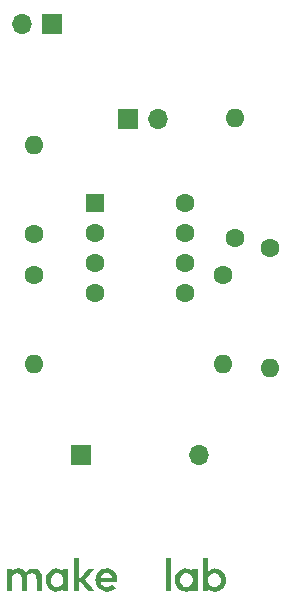
<source format=gbr>
%TF.GenerationSoftware,KiCad,Pcbnew,9.0.0*%
%TF.CreationDate,2025-02-26T16:47:43+09:00*%
%TF.ProjectId,TCIS,54434953-2e6b-4696-9361-645f70636258,rev?*%
%TF.SameCoordinates,Original*%
%TF.FileFunction,Soldermask,Top*%
%TF.FilePolarity,Negative*%
%FSLAX46Y46*%
G04 Gerber Fmt 4.6, Leading zero omitted, Abs format (unit mm)*
G04 Created by KiCad (PCBNEW 9.0.0) date 2025-02-26 16:47:43*
%MOMM*%
%LPD*%
G01*
G04 APERTURE LIST*
G04 Aperture macros list*
%AMRoundRect*
0 Rectangle with rounded corners*
0 $1 Rounding radius*
0 $2 $3 $4 $5 $6 $7 $8 $9 X,Y pos of 4 corners*
0 Add a 4 corners polygon primitive as box body*
4,1,4,$2,$3,$4,$5,$6,$7,$8,$9,$2,$3,0*
0 Add four circle primitives for the rounded corners*
1,1,$1+$1,$2,$3*
1,1,$1+$1,$4,$5*
1,1,$1+$1,$6,$7*
1,1,$1+$1,$8,$9*
0 Add four rect primitives between the rounded corners*
20,1,$1+$1,$2,$3,$4,$5,0*
20,1,$1+$1,$4,$5,$6,$7,0*
20,1,$1+$1,$6,$7,$8,$9,0*
20,1,$1+$1,$8,$9,$2,$3,0*%
G04 Aperture macros list end*
%ADD10C,0.000000*%
%ADD11R,1.700000X1.700000*%
%ADD12O,1.700000X1.700000*%
%ADD13RoundRect,0.250000X-0.550000X-0.550000X0.550000X-0.550000X0.550000X0.550000X-0.550000X0.550000X0*%
%ADD14C,1.600000*%
%ADD15O,1.600000X1.600000*%
G04 APERTURE END LIST*
D10*
%TO.C,G\u002A\u002A\u002A*%
G36*
X108575000Y-78600000D02*
G01*
X108575000Y-80010000D01*
X108365000Y-80010000D01*
X108155000Y-80010000D01*
X108155000Y-78600000D01*
X108155000Y-77190000D01*
X108365000Y-77190000D01*
X108575000Y-77190000D01*
X108575000Y-78600000D01*
G37*
G36*
X100839798Y-78099332D02*
G01*
X100845000Y-79008664D01*
X101222858Y-78569332D01*
X101600716Y-78130000D01*
X101858264Y-78130000D01*
X102115811Y-78130000D01*
X101732871Y-78565000D01*
X101634588Y-78677097D01*
X101545002Y-78780142D01*
X101467528Y-78870138D01*
X101405577Y-78943089D01*
X101362565Y-78995001D01*
X101341904Y-79021877D01*
X101340683Y-79024069D01*
X101350764Y-79044904D01*
X101383783Y-79092049D01*
X101436599Y-79161486D01*
X101506069Y-79249197D01*
X101589052Y-79351165D01*
X101682404Y-79463371D01*
X101708276Y-79494069D01*
X101805622Y-79609348D01*
X101895520Y-79715972D01*
X101974451Y-79809753D01*
X102038893Y-79886503D01*
X102085328Y-79942034D01*
X102110235Y-79972157D01*
X102112508Y-79975000D01*
X102121132Y-79989010D01*
X102117571Y-79998688D01*
X102096276Y-80004828D01*
X102051699Y-80008229D01*
X101978294Y-80009687D01*
X101870511Y-80009999D01*
X101868829Y-80010000D01*
X101597760Y-80010000D01*
X101221380Y-79555335D01*
X100845000Y-79100670D01*
X100839624Y-79555335D01*
X100834249Y-80010000D01*
X100614624Y-80010000D01*
X100395000Y-80010000D01*
X100395000Y-78600000D01*
X100395000Y-77190000D01*
X100614798Y-77190000D01*
X100834596Y-77190000D01*
X100839798Y-78099332D01*
G37*
G36*
X109960715Y-78098383D02*
G01*
X110120733Y-78134070D01*
X110266326Y-78200368D01*
X110360912Y-78269094D01*
X110435000Y-78334143D01*
X110435000Y-78232071D01*
X110435000Y-78130000D01*
X110655195Y-78130000D01*
X110875391Y-78130000D01*
X110870195Y-79075000D01*
X110865000Y-80020000D01*
X110650000Y-80025676D01*
X110435000Y-80031353D01*
X110435000Y-79928996D01*
X110435000Y-79826638D01*
X110353568Y-79891134D01*
X110234660Y-79969631D01*
X110107960Y-80019721D01*
X109963313Y-80044613D01*
X109855000Y-80048803D01*
X109725136Y-80044047D01*
X109623762Y-80029262D01*
X109561576Y-80011324D01*
X109416258Y-79940576D01*
X109277563Y-79838615D01*
X109155807Y-79714060D01*
X109081198Y-79610000D01*
X109013649Y-79466387D01*
X108969096Y-79300200D01*
X108948654Y-79122350D01*
X108949991Y-79072452D01*
X109387868Y-79072452D01*
X109399658Y-79207312D01*
X109433392Y-79321166D01*
X109511148Y-79450989D01*
X109616226Y-79552030D01*
X109746648Y-79622487D01*
X109774870Y-79632510D01*
X109847682Y-79644267D01*
X109941702Y-79643315D01*
X110040785Y-79631249D01*
X110128785Y-79609665D01*
X110167851Y-79593686D01*
X110261963Y-79527528D01*
X110346370Y-79435355D01*
X110409168Y-79331094D01*
X110423914Y-79294105D01*
X110446918Y-79187474D01*
X110453689Y-79062624D01*
X110444319Y-78937855D01*
X110421656Y-78839266D01*
X110363124Y-78726121D01*
X110274289Y-78628668D01*
X110163651Y-78552884D01*
X110039709Y-78504747D01*
X109925000Y-78490000D01*
X109793831Y-78508971D01*
X109668553Y-78561986D01*
X109558006Y-78643198D01*
X109471025Y-78746760D01*
X109435155Y-78814071D01*
X109399719Y-78936149D01*
X109387868Y-79072452D01*
X108949991Y-79072452D01*
X108953438Y-78943746D01*
X108984562Y-78775299D01*
X108993016Y-78747001D01*
X109069675Y-78568224D01*
X109177374Y-78411296D01*
X109312603Y-78280400D01*
X109467082Y-78182098D01*
X109626591Y-78121687D01*
X109793568Y-78094019D01*
X109960715Y-78098383D01*
G37*
G36*
X99027011Y-78099982D02*
G01*
X99188907Y-78139961D01*
X99339516Y-78214066D01*
X99390000Y-78249347D01*
X99495000Y-78329385D01*
X99495000Y-78229692D01*
X99495000Y-78130000D01*
X99705000Y-78130000D01*
X99915000Y-78130000D01*
X99915000Y-79080000D01*
X99915000Y-80030000D01*
X99705000Y-80030000D01*
X99495000Y-80030000D01*
X99495000Y-79930000D01*
X99492775Y-79872940D01*
X99487088Y-79836735D01*
X99482640Y-79830000D01*
X99461603Y-79842091D01*
X99422192Y-79872793D01*
X99398656Y-79892886D01*
X99315614Y-79956240D01*
X99228970Y-79999867D01*
X99128454Y-80027125D01*
X99003795Y-80041372D01*
X98935000Y-80044498D01*
X98825072Y-80045906D01*
X98742862Y-80041613D01*
X98676342Y-80030430D01*
X98619283Y-80013252D01*
X98454667Y-79934335D01*
X98311391Y-79824693D01*
X98191994Y-79688912D01*
X98099016Y-79531573D01*
X98034997Y-79357260D01*
X98002479Y-79170557D01*
X98002658Y-79147680D01*
X98442450Y-79147680D01*
X98475334Y-79287729D01*
X98537698Y-79412939D01*
X98626017Y-79517396D01*
X98736764Y-79595184D01*
X98817875Y-79628268D01*
X98891620Y-79640767D01*
X98984369Y-79642857D01*
X99080414Y-79635525D01*
X99164047Y-79619761D01*
X99207761Y-79603742D01*
X99323404Y-79522796D01*
X99413082Y-79416897D01*
X99475499Y-79292579D01*
X99509357Y-79156377D01*
X99513359Y-79014826D01*
X99486208Y-78874462D01*
X99426607Y-78741818D01*
X99389642Y-78687420D01*
X99297212Y-78594055D01*
X99185943Y-78533625D01*
X99052364Y-78504566D01*
X98976045Y-78501313D01*
X98847876Y-78511686D01*
X98744025Y-78544637D01*
X98652877Y-78605175D01*
X98589090Y-78668106D01*
X98509956Y-78776202D01*
X98461750Y-78895554D01*
X98442572Y-78998708D01*
X98442450Y-79147680D01*
X98002658Y-79147680D01*
X98004000Y-78976048D01*
X98011511Y-78916614D01*
X98051163Y-78753552D01*
X98116439Y-78593835D01*
X98200978Y-78451471D01*
X98251915Y-78387284D01*
X98382950Y-78267215D01*
X98531797Y-78177745D01*
X98692636Y-78119579D01*
X98859647Y-78093423D01*
X99027011Y-78099982D01*
G37*
G36*
X111775000Y-77762071D02*
G01*
X111775000Y-78334143D01*
X111849087Y-78269094D01*
X111980665Y-78179226D01*
X112131018Y-78120407D01*
X112293370Y-78092912D01*
X112460940Y-78097017D01*
X112626951Y-78132997D01*
X112784625Y-78201129D01*
X112831253Y-78229146D01*
X112970067Y-78339138D01*
X113084428Y-78475643D01*
X113150624Y-78585913D01*
X113201231Y-78697864D01*
X113233861Y-78812653D01*
X113250454Y-78941044D01*
X113252949Y-79093801D01*
X113251291Y-79144723D01*
X113246080Y-79246251D01*
X113238383Y-79320781D01*
X113225342Y-79381315D01*
X113204104Y-79440854D01*
X113171813Y-79512397D01*
X113169464Y-79517350D01*
X113069227Y-79687469D01*
X112944431Y-79826421D01*
X112793702Y-79935633D01*
X112738314Y-79965253D01*
X112665235Y-79999862D01*
X112606225Y-80022031D01*
X112547411Y-80034910D01*
X112474918Y-80041648D01*
X112386821Y-80045056D01*
X112275106Y-80045939D01*
X112190943Y-80040295D01*
X112122237Y-80026914D01*
X112083463Y-80014689D01*
X112009169Y-79981524D01*
X111926851Y-79935014D01*
X111878463Y-79902542D01*
X111775000Y-79826593D01*
X111775000Y-79918296D01*
X111775000Y-80010000D01*
X111555000Y-80010000D01*
X111335000Y-80010000D01*
X111335000Y-79109444D01*
X111758688Y-79109444D01*
X111759097Y-79117341D01*
X111783505Y-79275224D01*
X111838167Y-79406968D01*
X111923211Y-79512750D01*
X112038765Y-79592743D01*
X112134870Y-79632510D01*
X112206812Y-79644131D01*
X112300002Y-79643359D01*
X112398206Y-79631764D01*
X112485189Y-79610919D01*
X112525000Y-79594749D01*
X112639611Y-79513843D01*
X112732544Y-79402905D01*
X112777415Y-79320000D01*
X112812747Y-79199743D01*
X112823545Y-79063566D01*
X112809854Y-78927109D01*
X112775971Y-78815459D01*
X112703611Y-78694468D01*
X112607561Y-78600744D01*
X112494106Y-78535512D01*
X112369536Y-78499998D01*
X112240137Y-78495428D01*
X112112198Y-78523029D01*
X111992004Y-78584025D01*
X111915423Y-78647671D01*
X111836451Y-78742715D01*
X111785995Y-78845377D01*
X111761069Y-78964629D01*
X111758688Y-79109444D01*
X111335000Y-79109444D01*
X111335000Y-78600000D01*
X111335000Y-77190000D01*
X111555000Y-77190000D01*
X111775000Y-77190000D01*
X111775000Y-77762071D01*
G37*
G36*
X103244191Y-78094920D02*
G01*
X103433310Y-78124320D01*
X103602865Y-78188252D01*
X103751145Y-78285456D01*
X103876441Y-78414670D01*
X103977043Y-78574634D01*
X104017339Y-78665215D01*
X104039109Y-78728957D01*
X104052947Y-78794253D01*
X104060526Y-78873173D01*
X104063517Y-78977789D01*
X104063695Y-79000000D01*
X104065000Y-79220000D01*
X103360000Y-79225255D01*
X103164200Y-79227028D01*
X103005341Y-79229222D01*
X102880364Y-79231968D01*
X102786210Y-79235396D01*
X102719819Y-79239636D01*
X102678134Y-79244818D01*
X102658096Y-79251073D01*
X102655187Y-79255255D01*
X102664685Y-79284977D01*
X102689073Y-79336364D01*
X102714558Y-79383190D01*
X102798415Y-79495048D01*
X102904563Y-79575267D01*
X103035356Y-79625247D01*
X103152544Y-79643858D01*
X103315184Y-79639583D01*
X103464951Y-79599496D01*
X103597257Y-79524845D01*
X103601242Y-79521830D01*
X103690069Y-79454027D01*
X103827534Y-79593479D01*
X103965000Y-79732931D01*
X103882610Y-79806866D01*
X103736646Y-79913240D01*
X103569758Y-79992545D01*
X103484300Y-80019341D01*
X103374481Y-80038496D01*
X103243675Y-80047070D01*
X103108279Y-80045071D01*
X102984690Y-80032505D01*
X102920013Y-80019097D01*
X102739311Y-79950851D01*
X102580939Y-79851345D01*
X102447556Y-79724150D01*
X102341820Y-79572835D01*
X102266391Y-79400969D01*
X102223926Y-79212123D01*
X102215237Y-79072893D01*
X102229383Y-78878295D01*
X102239467Y-78838632D01*
X102652239Y-78838632D01*
X102660060Y-78860178D01*
X102688933Y-78874681D01*
X102742364Y-78883528D01*
X102823865Y-78888108D01*
X102936941Y-78889809D01*
X103085103Y-78890021D01*
X103155000Y-78890000D01*
X103316677Y-78889556D01*
X103442021Y-78888104D01*
X103534686Y-78885460D01*
X103598332Y-78881442D01*
X103636614Y-78875866D01*
X103653189Y-78868549D01*
X103654560Y-78865000D01*
X103642037Y-78814573D01*
X103610870Y-78747879D01*
X103568682Y-78678822D01*
X103523094Y-78621302D01*
X103518204Y-78616281D01*
X103426060Y-78546099D01*
X103316775Y-78505386D01*
X103184499Y-78492328D01*
X103125421Y-78494339D01*
X102982325Y-78518321D01*
X102864118Y-78571822D01*
X102766122Y-78657423D01*
X102720000Y-78717843D01*
X102685718Y-78768852D01*
X102661961Y-78808653D01*
X102652239Y-78838632D01*
X102239467Y-78838632D01*
X102272935Y-78706999D01*
X102348422Y-78552683D01*
X102458371Y-78409023D01*
X102496879Y-78368638D01*
X102646186Y-78245283D01*
X102812369Y-78158172D01*
X102995221Y-78107381D01*
X103194534Y-78092987D01*
X103244191Y-78094920D01*
G37*
G36*
X95753696Y-78094047D02*
G01*
X95921811Y-78120965D01*
X96070498Y-78180177D01*
X96195986Y-78270038D01*
X96226429Y-78300443D01*
X96308892Y-78388995D01*
X96399526Y-78302152D01*
X96470539Y-78243578D01*
X96555463Y-78186513D01*
X96607580Y-78157654D01*
X96665140Y-78131182D01*
X96715605Y-78114295D01*
X96770985Y-78104880D01*
X96843292Y-78100821D01*
X96935000Y-78100000D01*
X97035276Y-78101177D01*
X97107625Y-78106023D01*
X97164082Y-78116504D01*
X97216684Y-78134587D01*
X97257400Y-78152703D01*
X97403036Y-78240697D01*
X97518645Y-78353282D01*
X97598107Y-78480000D01*
X97654968Y-78600000D01*
X97654984Y-79305000D01*
X97655000Y-80010000D01*
X97445000Y-80010000D01*
X97235000Y-80010000D01*
X97234888Y-79425000D01*
X97234139Y-79258214D01*
X97232059Y-79107556D01*
X97228803Y-78977897D01*
X97224523Y-78874108D01*
X97219373Y-78801060D01*
X97214119Y-78765621D01*
X97166056Y-78661081D01*
X97090293Y-78579433D01*
X96993513Y-78523130D01*
X96882400Y-78494625D01*
X96763638Y-78496371D01*
X96643910Y-78530821D01*
X96613747Y-78545280D01*
X96535535Y-78594949D01*
X96482438Y-78653170D01*
X96461463Y-78688426D01*
X96448411Y-78714138D01*
X96438064Y-78739572D01*
X96430109Y-78769494D01*
X96424232Y-78808670D01*
X96420118Y-78861865D01*
X96417453Y-78933845D01*
X96415922Y-79029375D01*
X96415213Y-79153222D01*
X96415009Y-79310151D01*
X96415000Y-79393145D01*
X96415000Y-80010000D01*
X96195000Y-80010000D01*
X95975000Y-80010000D01*
X95974888Y-79415000D01*
X95974206Y-79260022D01*
X95972333Y-79115463D01*
X95969435Y-78986976D01*
X95965682Y-78880219D01*
X95961242Y-78800845D01*
X95956283Y-78754511D01*
X95955083Y-78749112D01*
X95916418Y-78671716D01*
X95849630Y-78597589D01*
X95765794Y-78537986D01*
X95730642Y-78521013D01*
X95617841Y-78492971D01*
X95501224Y-78496765D01*
X95389329Y-78529079D01*
X95290692Y-78586599D01*
X95213851Y-78666009D01*
X95176272Y-78736301D01*
X95169718Y-78774577D01*
X95164260Y-78850189D01*
X95159983Y-78960487D01*
X95156973Y-79102821D01*
X95155314Y-79274540D01*
X95155000Y-79401301D01*
X95155000Y-80010000D01*
X94935000Y-80010000D01*
X94715000Y-80010000D01*
X94715000Y-79070000D01*
X94715000Y-78130000D01*
X94935000Y-78130000D01*
X95155000Y-78130000D01*
X95155000Y-78223741D01*
X95155000Y-78317483D01*
X95210000Y-78267384D01*
X95340103Y-78174679D01*
X95489210Y-78116611D01*
X95658171Y-78092908D01*
X95753696Y-78094047D01*
G37*
%TD*%
D11*
%TO.C,LS1*%
X101000000Y-68445000D03*
D12*
X111000000Y-68445000D03*
%TD*%
D13*
%TO.C,U1*%
X102195000Y-47190000D03*
D14*
X102195000Y-49730000D03*
X102195000Y-52270000D03*
X102195000Y-54810000D03*
X109815000Y-54810000D03*
X109815000Y-52270000D03*
X109815000Y-49730000D03*
X109815000Y-47190000D03*
%TD*%
%TO.C,C3*%
X97000000Y-53250000D03*
D15*
X97000000Y-60750000D03*
%TD*%
D14*
%TO.C,R2*%
X117000000Y-50920000D03*
D15*
X117000000Y-61080000D03*
%TD*%
D14*
%TO.C,C1*%
X113000000Y-53250000D03*
D15*
X113000000Y-60750000D03*
%TD*%
D11*
%TO.C,R3*%
X105000000Y-40000000D03*
D12*
X107540000Y-40000000D03*
%TD*%
D14*
%TO.C,R1*%
X114000000Y-50080000D03*
D15*
X114000000Y-39920000D03*
%TD*%
D11*
%TO.C,BT1*%
X98540000Y-32000000D03*
D12*
X96000000Y-32000000D03*
%TD*%
D14*
%TO.C,C2*%
X97000000Y-49750000D03*
D15*
X97000000Y-42250000D03*
%TD*%
M02*

</source>
